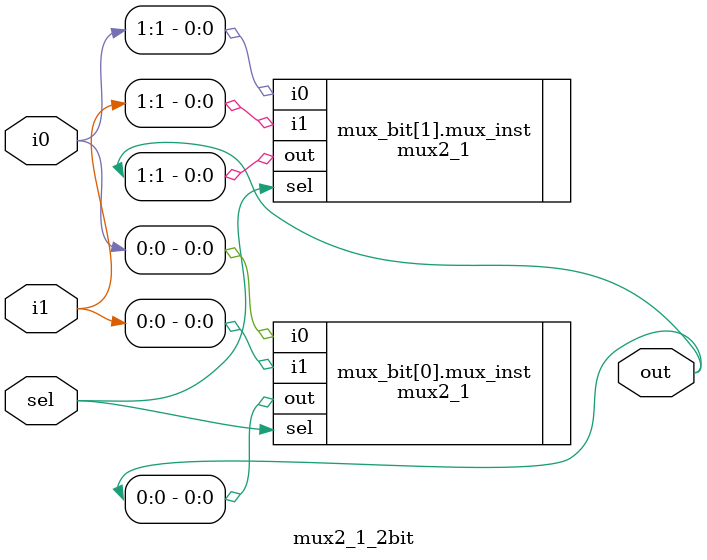
<source format=sv>
module mux2_1_2bit (
	output logic [1:0] out,
	input logic [1:0] i0,
	input logic [1:0] i1,
	input logic sel
);
	genvar k;
	generate
		for (k = 0; k < 2; k = k + 1) begin : mux_bit
			mux2_1 mux_inst (.out(out[k]), .i0(i0[k]), .i1(i1[k]), .sel(sel));
		end
	endgenerate
endmodule

</source>
